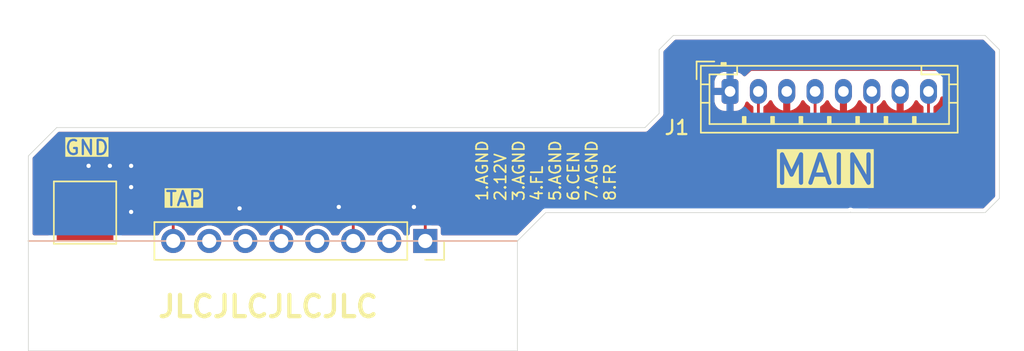
<source format=kicad_pcb>
(kicad_pcb (version 20240108) (generator "pcbnew") (generator_version "8.0")
  (layers (0 "F.Cu" signal) (31 "B.Cu" signal) (34 "B.Paste" user) (35 "F.Paste" user) (36 "B.SilkS" user "B.Silkscreen") (37 "F.SilkS" user "F.Silkscreen") (38 "B.Mask" user) (39 "F.Mask" user) (44 "Edge.Cuts" user))
  (net 0 "")
  (net 1 "SBL")
  (net 2 "SR")
  (net 3 "SBR")
  (net 4 "CEN")
  (net 5 "SL")
  (net 6 "FR")
  (net 7 "FL")
  (net 8 "12V")
  (net 9 "GND")
  (footprint "Connector_PinSocket_2.54mm:PinSocket_1x08_P2.54mm_Vertical" (layer "F.Cu") (at 118 65 -90)
    (property "Reference" "J2" (hide yes))
    (property "Value" "VAMPIRE_EDGE")
    (fp_line (start -1.33 19.11) (end 1.33 19.11) (stroke (width 0.12)) (layer "F.SilkS"))
    (fp_line (start -1.33 1.27) (end -1.33 19.11) (stroke (width 0.12)) (layer "F.SilkS"))
    (fp_line (start -1.33 1.27) (end 1.33 1.27) (stroke (width 0.12)) (layer "F.SilkS"))
    (fp_line (start 1.33 1.27) (end 1.33 19.11) (stroke (width 0.12)) (layer "F.SilkS"))
    (fp_line (start 0 -1.33) (end 1.33 -1.33) (stroke (width 0.12)) (layer "F.SilkS"))
    (fp_line (start 1.33 -1.33) (end 1.33 0) (stroke (width 0.12)) (layer "F.SilkS"))
    (pad "1" thru_hole rect (at 0 0 270) (size 1.7 1.7) (drill 1) (layers "*.Cu" "*.Mask") (net 6 "FR"))
    (pad "2" thru_hole oval (at 0 2.54 270) (size 1.7 1.7) (drill 1) (layers "*.Cu" "*.Mask") (net 2 "SR"))
    (pad "3" thru_hole oval (at 0 5.08 270) (size 1.7 1.7) (drill 1) (layers "*.Cu" "*.Mask") (net 4 "CEN"))
    (pad "4" thru_hole oval (at 0 7.62 270) (size 1.7 1.7) (drill 1) (layers "*.Cu" "*.Mask") (net 5 "SL"))
    (pad "5" thru_hole oval (at 0 10.16 270) (size 1.7 1.7) (drill 1) (layers "*.Cu" "*.Mask") (net 7 "FL"))
    (pad "6" thru_hole oval (at 0 12.7 270) (size 1.7 1.7) (drill 1) (layers "*.Cu" "*.Mask") (net 3 "SBR"))
    (pad "7" thru_hole oval (at 0 15.24 270) (size 1.7 1.7) (drill 1) (layers "*.Cu" "*.Mask") (net 1 "SBL"))
    (pad "8" thru_hole oval (at 0 17.78 270) (size 1.7 1.7) (drill 1) (layers "*.Cu" "*.Mask") (net 8 "12V"))
  )
  (footprint "Connector_JST:JST_PH_B8B-PH-K_1x08_P2.00mm_Vertical" (layer "F.Cu") (at 139.5 54.45)
    (property "Reference" "J1" (at -3.75 2.55 0) (layer "F.SilkS") (effects (font (thickness 0.16))))
    (property "Value" "Conn_01x08")
    (fp_line (start -2.36 -2.11) (end -2.36 -0.86) (stroke (width 0.12)) (layer "F.SilkS"))
    (fp_line (start -2.06 -1.81) (end -2.06 2.91) (stroke (width 0.12)) (layer "F.SilkS"))
    (fp_line (start -2.06 -0.5) (end -1.45 -0.5) (stroke (width 0.12)) (layer "F.SilkS"))
    (fp_line (start -2.06 0.8) (end -1.45 0.8) (stroke (width 0.12)) (layer "F.SilkS"))
    (fp_line (start -2.06 2.91) (end 16.06 2.91) (stroke (width 0.12)) (layer "F.SilkS"))
    (fp_line (start -1.45 -1.2) (end -1.45 2.3) (stroke (width 0.12)) (layer "F.SilkS"))
    (fp_line (start -1.45 2.3) (end 15.45 2.3) (stroke (width 0.12)) (layer "F.SilkS"))
    (fp_line (start -1.11 -2.11) (end -2.36 -2.11) (stroke (width 0.12)) (layer "F.SilkS"))
    (fp_line (start -0.6 -2.01) (end -0.6 -1.81) (stroke (width 0.12)) (layer "F.SilkS"))
    (fp_line (start -0.3 -2.01) (end -0.6 -2.01) (stroke (width 0.12)) (layer "F.SilkS"))
    (fp_line (start -0.3 -1.91) (end -0.6 -1.91) (stroke (width 0.12)) (layer "F.SilkS"))
    (fp_line (start -0.3 -1.81) (end -0.3 -2.01) (stroke (width 0.12)) (layer "F.SilkS"))
    (fp_line (start 0.5 -1.81) (end 0.5 -1.2) (stroke (width 0.12)) (layer "F.SilkS"))
    (fp_line (start 0.5 -1.2) (end -1.45 -1.2) (stroke (width 0.12)) (layer "F.SilkS"))
    (fp_line (start 0.9 1.8) (end 1.1 1.8) (stroke (width 0.12)) (layer "F.SilkS"))
    (fp_line (start 0.9 2.3) (end 0.9 1.8) (stroke (width 0.12)) (layer "F.SilkS"))
    (fp_line (start 1 2.3) (end 1 1.8) (stroke (width 0.12)) (layer "F.SilkS"))
    (fp_line (start 1.1 1.8) (end 1.1 2.3) (stroke (width 0.12)) (layer "F.SilkS"))
    (fp_line (start 2.9 1.8) (end 3.1 1.8) (stroke (width 0.12)) (layer "F.SilkS"))
    (fp_line (start 2.9 2.3) (end 2.9 1.8) (stroke (width 0.12)) (layer "F.SilkS"))
    (fp_line (start 3 2.3) (end 3 1.8) (stroke (width 0.12)) (layer "F.SilkS"))
    (fp_line (start 3.1 1.8) (end 3.1 2.3) (stroke (width 0.12)) (layer "F.SilkS"))
    (fp_line (start 4.9 1.8) (end 5.1 1.8) (stroke (width 0.12)) (layer "F.SilkS"))
    (fp_line (start 4.9 2.3) (end 4.9 1.8) (stroke (width 0.12)) (layer "F.SilkS"))
    (fp_line (start 5 2.3) (end 5 1.8) (stroke (width 0.12)) (layer "F.SilkS"))
    (fp_line (start 5.1 1.8) (end 5.1 2.3) (stroke (width 0.12)) (layer "F.SilkS"))
    (fp_line (start 6.9 1.8) (end 7.1 1.8) (stroke (width 0.12)) (layer "F.SilkS"))
    (fp_line (start 6.9 2.3) (end 6.9 1.8) (stroke (width 0.12)) (layer "F.SilkS"))
    (fp_line (start 7 2.3) (end 7 1.8) (stroke (width 0.12)) (layer "F.SilkS"))
    (fp_line (start 7.1 1.8) (end 7.1 2.3) (stroke (width 0.12)) (layer "F.SilkS"))
    (fp_line (start 8.9 1.8) (end 9.1 1.8) (stroke (width 0.12)) (layer "F.SilkS"))
    (fp_line (start 8.9 2.3) (end 8.9 1.8) (stroke (width 0.12)) (layer "F.SilkS"))
    (fp_line (start 9 2.3) (end 9 1.8) (stroke (width 0.12)) (layer "F.SilkS"))
    (fp_line (start 9.1 1.8) (end 9.1 2.3) (stroke (width 0.12)) (layer "F.SilkS"))
    (fp_line (start 10.9 1.8) (end 11.1 1.8) (stroke (width 0.12)) (layer "F.SilkS"))
    (fp_line (start 10.9 2.3) (end 10.9 1.8) (stroke (width 0.12)) (layer "F.SilkS"))
    (fp_line (start 11 2.3) (end 11 1.8) (stroke (width 0.12)) (layer "F.SilkS"))
    (fp_line (start 11.1 1.8) (end 11.1 2.3) (stroke (width 0.12)) (layer "F.SilkS"))
    (fp_line (start 12.9 1.8) (end 13.1 1.8) (stroke (width 0.12)) (layer "F.SilkS"))
    (fp_line (start 12.9 2.3) (end 12.9 1.8) (stroke (width 0.12)) (layer "F.SilkS"))
    (fp_line (start 13 2.3) (end 13 1.8) (stroke (width 0.12)) (layer "F.SilkS"))
    (fp_line (start 13.1 1.8) (end 13.1 2.3) (stroke (width 0.12)) (layer "F.SilkS"))
    (fp_line (start 13.5 -1.2) (end 13.5 -1.81) (stroke (width 0.12)) (layer "F.SilkS"))
    (fp_line (start 15.45 -1.2) (end 13.5 -1.2) (stroke (width 0.12)) (layer "F.SilkS"))
    (fp_line (start 15.45 2.3) (end 15.45 -1.2) (stroke (width 0.12)) (layer "F.SilkS"))
    (fp_line (start 16.06 -1.81) (end -2.06 -1.81) (stroke (width 0.12)) (layer "F.SilkS"))
    (fp_line (start 16.06 -0.5) (end 15.45 -0.5) (stroke (width 0.12)) (layer "F.SilkS"))
    (fp_line (start 16.06 0.8) (end 15.45 0.8) (stroke (width 0.12)) (layer "F.SilkS"))
    (fp_line (start 16.06 2.91) (end 16.06 -1.81) (stroke (width 0.12)) (layer "F.SilkS"))
    (pad "1" thru_hole roundrect (at 0 0) (size 1.2 1.75) (drill 0.75) (layers "*.Cu" "*.Mask") (roundrect_rratio 0.208333) (net 9 "GND"))
    (pad "2" thru_hole oval (at 2 0) (size 1.2 1.75) (drill 0.75) (layers "*.Cu" "*.Mask") (net 8 "12V"))
    (pad "3" thru_hole oval (at 4 0) (size 1.2 1.75) (drill 0.75) (layers "*.Cu" "*.Mask") (net 9 "GND"))
    (pad "4" thru_hole oval (at 6 0) (size 1.2 1.75) (drill 0.75) (layers "*.Cu" "*.Mask") (net 7 "FL"))
    (pad "5" thru_hole oval (at 8 0) (size 1.2 1.75) (drill 0.75) (layers "*.Cu" "*.Mask") (net 9 "GND"))
    (pad "6" thru_hole oval (at 10 0) (size 1.2 1.75) (drill 0.75) (layers "*.Cu" "*.Mask") (net 4 "CEN"))
    (pad "7" thru_hole oval (at 12 0) (size 1.2 1.75) (drill 0.75) (layers "*.Cu" "*.Mask") (net 9 "GND"))
    (pad "8" thru_hole oval (at 14 0) (size 1.2 1.75) (drill 0.75) (layers "*.Cu" "*.Mask") (net 6 "FR"))
  )
  (footprint "TestPoint:TestPoint_Pad_4.0x4.0mm" (layer "F.Cu") (at 94 63 90)
    (property "Reference" "J3" (hide yes))
    (property "Value" "GND_PAD")
    (fp_line (start 2.2 -2.2) (end 2.2 2.2) (stroke (width 0.12)) (layer "F.SilkS"))
    (fp_line (start -2.2 -2.2) (end 2.2 -2.2) (stroke (width 0.12)) (layer "F.SilkS"))
    (fp_line (start 2.2 2.2) (end -2.2 2.2) (stroke (width 0.12)) (layer "F.SilkS"))
    (fp_line (start -2.2 2.2) (end -2.2 -2.2) (stroke (width 0.12)) (layer "F.SilkS"))
    (pad "1" smd rect (at 0 0 90) (size 4 4) (layers "F.Cu" "F.Mask") (net 9 "GND"))
  )
  (gr_line (start 90 65) (end 124.5 65) (stroke (width 0.1)) (layer "B.SilkS"))
  (gr_line (start 90 65) (end 124.5 65) (stroke (width 0.1)) (layer "F.SilkS"))
  (gr_line (start 158.5 51.5) (end 157.5 50.5) (stroke (width 0.05)) (layer "Edge.Cuts"))
  (gr_line (start 148 62.95) (end 148 62.95) (stroke (width 0.05)) (layer "Edge.Cuts"))
  (gr_line (start 92 57) (end 133.5 57) (stroke (width 0.05)) (layer "Edge.Cuts"))
  (gr_line (start 126.5 63) (end 124.5 65) (stroke (width 0.05)) (layer "Edge.Cuts"))
  (gr_line (start 134.5 51.5) (end 135.5 50.5) (stroke (width 0.05)) (layer "Edge.Cuts"))
  (gr_line (start 157.5 63) (end 158.5 62) (stroke (width 0.05)) (layer "Edge.Cuts"))
  (gr_line (start 134.5 51.5) (end 134.5 56) (stroke (width 0.05)) (layer "Edge.Cuts"))
  (gr_line (start 134.5 56) (end 133.5 57) (stroke (width 0.05)) (layer "Edge.Cuts"))
  (gr_line (start 124.5 72.75) (end 124.5 65) (stroke (width 0.05)) (layer "Edge.Cuts"))
  (gr_line (start 90 65) (end 90 59) (stroke (width 0.05)) (layer "Edge.Cuts"))
  (gr_line (start 157.5 50.5) (end 135.5 50.5) (stroke (width 0.05)) (layer "Edge.Cuts"))
  (gr_line (start 90 72.75) (end 124.5 72.75) (stroke (width 0.05)) (layer "Edge.Cuts"))
  (gr_line (start 90 59) (end 92 57) (stroke (width 0.05)) (layer "Edge.Cuts"))
  (gr_line (start 158.5 62) (end 158.5 51.5) (stroke (width 0.05)) (layer "Edge.Cuts"))
  (gr_line (start 90 65) (end 90 72.75) (stroke (width 0.05)) (layer "Edge.Cuts"))
  (gr_line (start 126.5 63) (end 157.5 63) (stroke (width 0.05)) (layer "Edge.Cuts"))
  (gr_text "TAP" (at 99.6 62.6 0) (layer "F.SilkS" knockout) (effects (font (size 1 1) (thickness 0.16)) (justify left bottom)))
  (gr_text "JLCJLCJLCJLC" (at 99 70.5 0) (layer "F.SilkS") (effects (font (size 1.5 1.5) (thickness 0.3) (bold yes)) (justify left bottom)))
  (gr_text "1.AGND\n2.12V\n3.AGND\n4.FL\n5.AGND\n6.CEN\n7.AGND\n8.FR" (at 131.5 62.25 90) (layer "F.SilkS") (effects (font (size 0.8 0.8) (thickness 0.12)) (justify left bottom)))
  (gr_text "MAIN" (at 142.5 61.15 0) (layer "F.SilkS" knockout) (effects (font (size 2 2) (thickness 0.3)) (justify left bottom)))
  (gr_text "GND" (at 92.5 59 0) (layer "F.SilkS" knockout) (effects (font (size 1 1) (thickness 0.16)) (justify left bottom)))
  (segment (start 112.92 64.4) (end 112.92 63.33) (width 0.2) (layer "F.Cu") (net 4))
  (segment (start 115.3 60.95) (end 146.25 60.95) (width 0.2) (layer "F.Cu") (net 4))
  (segment (start 112.92 63.33) (end 115.3 60.95) (width 0.2) (layer "F.Cu") (net 4))
  (segment (start 146.25 60.95) (end 149.5 57.7) (width 0.2) (layer "F.Cu") (net 4))
  (segment (start 149.5 57.7) (end 149.5 54.45) (width 0.2) (layer "F.Cu") (net 4))
  (segment (start 153.5 57.7) (end 148.85 62.35) (width 0.2) (layer "F.Cu") (net 6))
  (segment (start 148.85 62.35) (end 118.9 62.35) (width 0.2) (layer "F.Cu") (net 6))
  (segment (start 118.9 62.35) (end 118 63.25) (width 0.2) (layer "F.Cu") (net 6))
  (segment (start 153.5 54.45) (end 153.5 57.7) (width 0.2) (layer "F.Cu") (net 6))
  (segment (start 118 63.25) (end 118 64.4) (width 0.2) (layer "F.Cu") (net 6))
  (segment (start 107.84 63.16) (end 107.84 64.4) (width 0.2) (layer "F.Cu") (net 7))
  (segment (start 111.3 59.7) (end 107.84 63.16) (width 0.2) (layer "F.Cu") (net 7))
  (segment (start 145.5 57.45) (end 143.25 59.7) (width 0.2) (layer "F.Cu") (net 7))
  (segment (start 145.5 54.45) (end 145.5 57.45) (width 0.2) (layer "F.Cu") (net 7))
  (segment (start 143.25 59.7) (end 111.3 59.7) (width 0.2) (layer "F.Cu") (net 7))
  (segment (start 100.22 63.28) (end 100.22 64.4) (width 0.2) (layer "F.Cu") (net 8))
  (segment (start 140.25 58.45) (end 105.05 58.45) (width 0.2) (layer "F.Cu") (net 8))
  (segment (start 141.5 57.2) (end 140.25 58.45) (width 0.2) (layer "F.Cu") (net 8))
  (segment (start 141.5 54.45) (end 141.5 57.2) (width 0.2) (layer "F.Cu") (net 8))
  (segment (start 105.05 58.45) (end 100.22 63.28) (width 0.2) (layer "F.Cu") (net 8))
  (via (at 117.2 62.6) (size 0.7) (drill 0.3) (layers "F.Cu" "B.Cu") (net 9))
  (via (at 104.9 62.7) (size 0.7) (drill 0.3) (layers "F.Cu" "B.Cu") (net 9))
  (via (at 111.9 62.6) (size 0.7) (drill 0.3) (layers "F.Cu" "B.Cu") (net 9))
  (via (at 94.25 59.7) (size 0.7) (drill 0.3) (layers "F.Cu" "B.Cu") (net 9))
  (via (at 97.25 59.7) (size 0.7) (drill 0.3) (layers "F.Cu" "B.Cu") (net 9))
  (via (at 97.25 62.95) (size 0.7) (drill 0.3) (layers "F.Cu" "B.Cu") (net 9))
  (via (at 95.75 59.7) (size 0.7) (drill 0.3) (layers "F.Cu" "B.Cu") (net 9))
  (via (at 97.25 61.2) (size 0.7) (drill 0.3) (layers "F.Cu" "B.Cu") (net 9))
  (zone (net 0) (net_name "") (layer "F.Cu") (connect_pads (clearance 0)) (min_thickness 0.25)
    (keepout (tracks allowed) (vias allowed) (pads allowed) (copperpour not_allowed) (footprints allowed))
    (fill (thermal_gap 0.5) (thermal_bridge_width 0.5) (island_removal_mode 1) (island_area_min 10))
    (polygon (pts (xy 141 53) (xy 140.5 53.45) (xy 140.5 54.8) (xy 155 54.8) (xy 155 53.5) (xy 154.5 53)))
  )
  (zone (net 9) (net_name "GND") (layers "F&B.Cu") (connect_pads (clearance 0.25)) (min_thickness 0.25) (fill yes (thermal_gap 0.5) (thermal_bridge_width 0.5) (island_removal_mode 1) (island_area_min 10))
    (polygon (pts (xy 160.25 48) (xy 88 48) (xy 88 64.6) (xy 160 64.6)))
  )
  (zone (net 0) (net_name "") (layer "B.Cu") (connect_pads (clearance 0)) (min_thickness 0.25)
    (keepout (tracks allowed) (vias allowed) (pads allowed) (copperpour not_allowed) (footprints allowed))
    (fill (thermal_gap 0.5) (thermal_bridge_width 0.5) (island_removal_mode 1) (island_area_min 10))
    (polygon (pts (xy 140.5 53.45) (xy 141 52.95) (xy 154 52.95) (xy 154.5 53.45) (xy 154.5 55.45) (xy 154 55.95) (xy 141 55.95) (xy 140.5 55.45)))
  )
)
</source>
